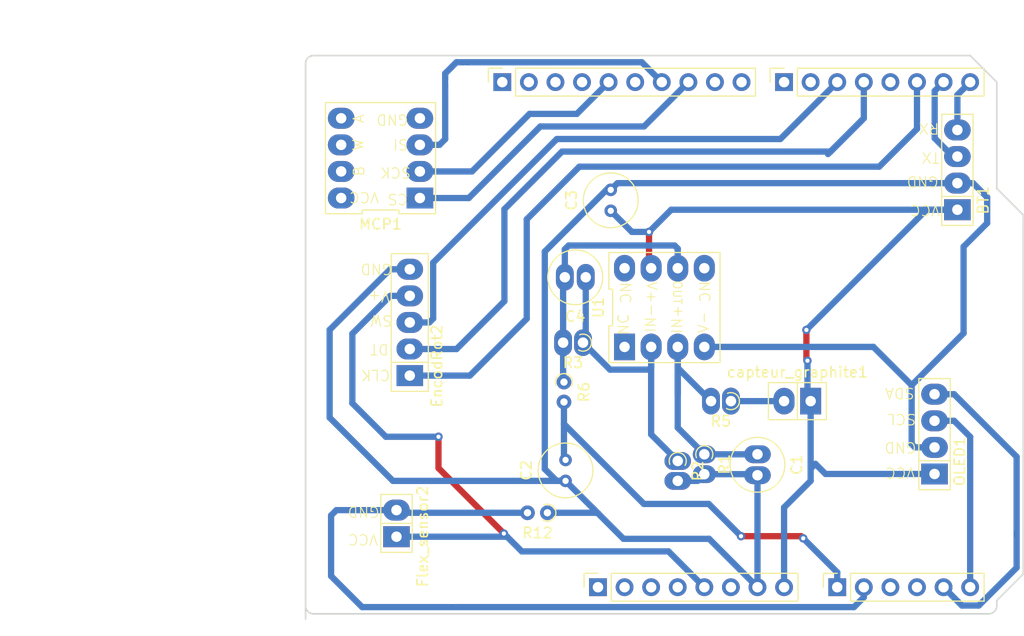
<source format=kicad_pcb>
(kicad_pcb (version 20221018) (generator pcbnew)
  (title_block (date "mar. 31 mars 2015"))
  (layers (0 "F.Cu" signal) (31 "B.Cu" signal) (34 "B.Paste" user) (35 "F.Paste" user) (36 "B.SilkS" user "B.Silkscreen") (37 "F.SilkS" user "F.Silkscreen") (38 "B.Mask" user) (39 "F.Mask" user) (44 "Edge.Cuts" user))
  (net 0 "")
  (net 1 "GND")
  (net 3 "/IOREF")
  (net 4 "/A2")
  (net 5 "/A3")
  (net 6 "/12")
  (net 7 "/AREF")
  (net 8 "/8")
  (net 9 "/7")
  (net 10 "/*9")
  (net 11 "/*6")
  (net 12 "/*3")
  (net 13 "+3V3")
  (net 14 "Vcc")
  (net 15 "/~{RESET}")
  (net 16 "Net-(C4-Pad2)")
  (net 17 "Net-(U1--)")
  (net 18 "Net-(U1-+)")
  (net 21 "Net-(capteur_graphite1-SENSE)")
  (net 23 "A1")
  (net 24 "A0")
  (net 25 "SCL{slash}A5")
  (net 26 "SDA{slash}A4")
  (net 27 "TX")
  (net 28 "RX")
  (net 29 "D2")
  (net 30 "D4")
  (net 31 "D5")
  (net 32 "SCK")
  (net 33 "SI")
  (net 34 "SS")
  (footprint "Connector_PinSocket_2.54mm:PinSocket_1x08_P2.54mm_Vertical" (layer "F.Cu") (at 127.94 97.46 90)
    (fp_text reference "J1" hide)
    (fp_text value "Power")
    (fp_line (start -1.33 1.27) (end -1.33 19.11) (stroke (width 0.12)) (layer "F.SilkS"))
    (fp_line (start -1.33 1.27) (end 1.33 1.27) (stroke (width 0.12)) (layer "F.SilkS"))
    (fp_line (start -1.33 19.11) (end 1.33 19.11) (stroke (width 0.12)) (layer "F.SilkS"))
    (fp_line (start 0 -1.33) (end 1.33 -1.33) (stroke (width 0.12)) (layer "F.SilkS"))
    (fp_line (start 1.33 -1.33) (end 1.33 0) (stroke (width 0.12)) (layer "F.SilkS"))
    (fp_line (start 1.33 1.27) (end 1.33 19.11) (stroke (width 0.12)) (layer "F.SilkS"))
    (pad "1" thru_hole rect locked (at 0 0 90) (size 1.7 1.7) (drill 1) (layers "*.Cu" "*.Mask"))
    (pad "2" thru_hole oval locked (at 0 2.54 90) (size 1.7 1.7) (drill 1) (layers "*.Cu" "*.Mask") (net 3 "/IOREF"))
    (pad "3" thru_hole oval locked (at 0 5.08 90) (size 1.7 1.7) (drill 1) (layers "*.Cu" "*.Mask") (net 15 "/~{RESET}"))
    (pad "4" thru_hole oval locked (at 0 7.62 90) (size 1.7 1.7) (drill 1) (layers "*.Cu" "*.Mask") (net 13 "+3V3"))
    (pad "5" thru_hole oval locked (at 0 10.16 90) (size 1.7 1.7) (drill 1) (layers "*.Cu" "*.Mask") (net 14 "Vcc"))
    (pad "6" thru_hole oval locked (at 0 12.7 90) (size 1.7 1.7) (drill 1) (layers "*.Cu" "*.Mask") (net 1 "GND"))
    (pad "7" thru_hole oval locked (at 0 15.24 90) (size 1.7 1.7) (drill 1) (layers "*.Cu" "*.Mask") (net 1 "GND"))
    (pad "8" thru_hole oval locked (at 0 17.78 90) (size 1.7 1.7) (drill 1) (layers "*.Cu" "*.Mask") (net 14 "Vcc"))
  )
  (footprint "Connector_PinSocket_2.54mm:PinSocket_1x06_P2.54mm_Vertical" (layer "F.Cu") (at 150.8 97.46 90)
    (fp_text reference "J3" hide)
    (fp_text value "Analog")
    (fp_line (start -1.33 1.27) (end -1.33 14.03) (stroke (width 0.12)) (layer "F.SilkS"))
    (fp_line (start -1.33 1.27) (end 1.33 1.27) (stroke (width 0.12)) (layer "F.SilkS"))
    (fp_line (start -1.33 14.03) (end 1.33 14.03) (stroke (width 0.12)) (layer "F.SilkS"))
    (fp_line (start 0 -1.33) (end 1.33 -1.33) (stroke (width 0.12)) (layer "F.SilkS"))
    (fp_line (start 1.33 -1.33) (end 1.33 0) (stroke (width 0.12)) (layer "F.SilkS"))
    (fp_line (start 1.33 1.27) (end 1.33 14.03) (stroke (width 0.12)) (layer "F.SilkS"))
    (pad "1" thru_hole rect locked (at 0 0 90) (size 1.7 1.7) (drill 1) (layers "*.Cu" "*.Mask") (net 24 "A0"))
    (pad "2" thru_hole oval locked (at 0 2.54 90) (size 1.7 1.7) (drill 1) (layers "*.Cu" "*.Mask") (net 23 "A1"))
    (pad "3" thru_hole oval locked (at 0 5.08 90) (size 1.7 1.7) (drill 1) (layers "*.Cu" "*.Mask") (net 4 "/A2"))
    (pad "4" thru_hole oval locked (at 0 7.62 90) (size 1.7 1.7) (drill 1) (layers "*.Cu" "*.Mask") (net 5 "/A3"))
    (pad "5" thru_hole oval locked (at 0 10.16 90) (size 1.7 1.7) (drill 1) (layers "*.Cu" "*.Mask") (net 26 "SDA{slash}A4"))
    (pad "6" thru_hole oval locked (at 0 12.7 90) (size 1.7 1.7) (drill 1) (layers "*.Cu" "*.Mask") (net 25 "SCL{slash}A5"))
  )
  (footprint "Connector_PinSocket_2.54mm:PinSocket_1x10_P2.54mm_Vertical" (layer "F.Cu") (at 118.796 49.2 90)
    (fp_text reference "J2" hide)
    (fp_text value "Digital/PWM")
    (fp_line (start -1.33 1.27) (end -1.33 24.19) (stroke (width 0.12)) (layer "F.SilkS"))
    (fp_line (start -1.33 1.27) (end 1.33 1.27) (stroke (width 0.12)) (layer "F.SilkS"))
    (fp_line (start -1.33 24.19) (end 1.33 24.19) (stroke (width 0.12)) (layer "F.SilkS"))
    (fp_line (start 0 -1.33) (end 1.33 -1.33) (stroke (width 0.12)) (layer "F.SilkS"))
    (fp_line (start 1.33 -1.33) (end 1.33 0) (stroke (width 0.12)) (layer "F.SilkS"))
    (fp_line (start 1.33 1.27) (end 1.33 24.19) (stroke (width 0.12)) (layer "F.SilkS"))
    (pad "1" thru_hole rect locked (at 0 0 90) (size 1.7 1.7) (drill 1) (layers "*.Cu" "*.Mask") (net 25 "SCL{slash}A5"))
    (pad "2" thru_hole oval locked (at 0 2.54 90) (size 1.7 1.7) (drill 1) (layers "*.Cu" "*.Mask") (net 26 "SDA{slash}A4"))
    (pad "3" thru_hole oval locked (at 0 5.08 90) (size 1.7 1.7) (drill 1) (layers "*.Cu" "*.Mask") (net 7 "/AREF"))
    (pad "4" thru_hole oval locked (at 0 7.62 90) (size 1.7 1.7) (drill 1) (layers "*.Cu" "*.Mask") (net 1 "GND"))
    (pad "5" thru_hole oval locked (at 0 10.16 90) (size 1.7 1.7) (drill 1) (layers "*.Cu" "*.Mask") (net 32 "SCK"))
    (pad "6" thru_hole oval locked (at 0 12.7 90) (size 1.7 1.7) (drill 1) (layers "*.Cu" "*.Mask") (net 6 "/12"))
    (pad "7" thru_hole oval locked (at 0 15.24 90) (size 1.7 1.7) (drill 1) (layers "*.Cu" "*.Mask") (net 33 "SI"))
    (pad "8" thru_hole oval locked (at 0 17.78 90) (size 1.7 1.7) (drill 1) (layers "*.Cu" "*.Mask") (net 34 "SS"))
    (pad "9" thru_hole oval locked (at 0 20.32 90) (size 1.7 1.7) (drill 1) (layers "*.Cu" "*.Mask") (net 10 "/*9"))
    (pad "10" thru_hole oval locked (at 0 22.86 90) (size 1.7 1.7) (drill 1) (layers "*.Cu" "*.Mask") (net 8 "/8"))
  )
  (footprint "Connector_PinSocket_2.54mm:PinSocket_1x08_P2.54mm_Vertical" (layer "F.Cu") (at 145.72 49.2 90)
    (fp_text reference "J4" hide)
    (fp_text value "Digital/PWM")
    (fp_line (start -1.33 1.27) (end -1.33 19.11) (stroke (width 0.12)) (layer "F.SilkS"))
    (fp_line (start -1.33 1.27) (end 1.33 1.27) (stroke (width 0.12)) (layer "F.SilkS"))
    (fp_line (start -1.33 19.11) (end 1.33 19.11) (stroke (width 0.12)) (layer "F.SilkS"))
    (fp_line (start 0 -1.33) (end 1.33 -1.33) (stroke (width 0.12)) (layer "F.SilkS"))
    (fp_line (start 1.33 -1.33) (end 1.33 0) (stroke (width 0.12)) (layer "F.SilkS"))
    (fp_line (start 1.33 1.27) (end 1.33 19.11) (stroke (width 0.12)) (layer "F.SilkS"))
    (pad "1" thru_hole rect locked (at 0 0 90) (size 1.7 1.7) (drill 1) (layers "*.Cu" "*.Mask") (net 9 "/7"))
    (pad "2" thru_hole oval locked (at 0 2.54 90) (size 1.7 1.7) (drill 1) (layers "*.Cu" "*.Mask") (net 11 "/*6"))
    (pad "3" thru_hole oval locked (at 0 5.08 90) (size 1.7 1.7) (drill 1) (layers "*.Cu" "*.Mask") (net 31 "D5"))
    (pad "4" thru_hole oval locked (at 0 7.62 90) (size 1.7 1.7) (drill 1) (layers "*.Cu" "*.Mask") (net 30 "D4"))
    (pad "5" thru_hole oval locked (at 0 10.16 90) (size 1.7 1.7) (drill 1) (layers "*.Cu" "*.Mask") (net 12 "/*3"))
    (pad "6" thru_hole oval locked (at 0 12.7 90) (size 1.7 1.7) (drill 1) (layers "*.Cu" "*.Mask") (net 29 "D2"))
    (pad "7" thru_hole oval locked (at 0 15.24 90) (size 1.7 1.7) (drill 1) (layers "*.Cu" "*.Mask") (net 27 "TX"))
    (pad "8" thru_hole oval locked (at 0 17.78 90) (size 1.7 1.7) (drill 1) (layers "*.Cu" "*.Mask") (net 28 "RX"))
  )
  (footprint "Library_empreinte_graphite:OLED" (layer "F.Cu") (at 160.0964 82.8296 90)
    (fp_text reference "OLED1" (at -2.6162 2.413 90) (layer "F.SilkS"))
    (fp_text value "~")
    (fp_text user "VCC" (at -3.0988 -1.778 180 unlocked) (layer "F.SilkS") (effects (font (thickness 0.1)) (justify left bottom)))
    (fp_text user "GND" (at -0.6858 -1.6764 180 unlocked) (layer "F.SilkS") (effects (font (thickness 0.1)) (justify left bottom)))
    (fp_text user "SCL" (at 2.0066 -1.7018 180 unlocked) (layer "F.SilkS") (effects (font (thickness 0.1)) (justify left bottom)))
    (fp_text user "SDA" (at 4.4958 -1.8542 180 unlocked) (layer "F.SilkS") (effects (font (thickness 0.1)) (justify left bottom)))
    (fp_line (start -5.31 -1.5) (end 5.31 -1.5) (stroke (width 0.12)) (layer "F.SilkS"))
    (fp_line (start -5.31 1.5) (end -5.31 -1.5) (stroke (width 0.12)) (layer "F.SilkS"))
    (fp_line (start -2.54 -1.5) (end -2.54 1.5) (stroke (width 0.12)) (layer "F.SilkS"))
    (fp_line (start 5.31 -1.5) (end 5.31 1.5) (stroke (width 0.12)) (layer "F.SilkS"))
    (fp_line (start 5.31 1.5) (end -5.31 1.5) (stroke (width 0.12)) (layer "F.SilkS"))
    (pad "1" thru_hole rect (at -3.81 0 90) (size 2 2.54) (drill 1) (layers "*.Cu" "*.Mask") (net 14 "Vcc"))
    (pad "2" thru_hole oval (at -1.27 0 90) (size 2 2.54) (drill 1) (layers "*.Cu" "*.Mask") (net 1 "GND"))
    (pad "3" thru_hole oval (at 1.27 0 90) (size 2 2.54) (drill 1) (layers "*.Cu" "*.Mask") (net 25 "SCL{slash}A5"))
    (pad "4" thru_hole oval (at 3.81 0 90) (size 2 2.54) (drill 1) (layers "*.Cu" "*.Mask") (net 26 "SDA{slash}A4"))
  )
  (footprint "Library_empreinte_graphite:LTC1050" (layer "F.Cu") (at 134.29 70.74)
    (fp_text reference "U1" (at -6.31 0 90) (layer "F.SilkS"))
    (fp_text value "LTC1050")
    (fp_text user "NC" (at 3.2258 -2.6162 -90 unlocked) (layer "F.SilkS") (effects (font (thickness 0.1)) (justify left bottom)))
    (fp_text user "NC" (at -3.3274 2.6924 90 unlocked) (layer "F.SilkS") (effects (font (thickness 0.1)) (justify left bottom)))
    (fp_text user "V-" (at 4.318 2.5146 90 unlocked) (layer "F.SilkS") (effects (font (thickness 0.1)) (justify left bottom)))
    (fp_text user "IN-" (at -0.7366 2.4638 90 unlocked) (layer "F.SilkS") (effects (font (thickness 0.1)) (justify left bottom)))
    (fp_text user "OUT" (at 0.762 -2.6416 270 unlocked) (layer "F.SilkS") (effects (font (size 0.8 0.8) (thickness 0.1)) (justify left bottom)))
    (fp_text user "NC" (at -4.3434 -2.5146 -90 unlocked) (layer "F.SilkS") (effects (font (thickness 0.1)) (justify left bottom)))
    (fp_text user "V+" (at -1.8034 -2.5654 -90 unlocked) (layer "F.SilkS") (effects (font (thickness 0.1)) (justify left bottom)))
    (fp_text user "IN+" (at 1.8034 2.5654 90 unlocked) (layer "F.SilkS") (effects (font (thickness 0.1)) (justify left bottom)))
    (fp_line (start -5.31 -5.26) (end -5.31 -1.753333) (stroke (width 0.12)) (layer "F.SilkS"))
    (fp_line (start -5.31 -1.753333) (end -4.95 -1.753333) (stroke (width 0.12)) (layer "F.SilkS"))
    (fp_line (start -5.31 1.753333) (end -5.31 5.26) (stroke (width 0.12)) (layer "F.SilkS"))
    (fp_line (start -5.31 5.26) (end 5.31 5.26) (stroke (width 0.12)) (layer "F.SilkS"))
    (fp_line (start -4.95 -1.753333) (end -4.95 1.753333) (stroke (width 0.12)) (layer "F.SilkS"))
    (fp_line (start -4.95 1.753333) (end -5.31 1.753333) (stroke (width 0.12)) (layer "F.SilkS"))
    (fp_line (start 5.31 -5.26) (end -5.31 -5.26) (stroke (width 0.12)) (layer "F.SilkS"))
    (fp_line (start 5.31 5.26) (end 5.31 -5.26) (stroke (width 0.12)) (layer "F.SilkS"))
    (pad "1" thru_hole rect (at -3.81 3.76) (size 2 2.54) (drill 1) (layers "*.Cu" "*.Mask"))
    (pad "2" thru_hole oval (at -1.27 3.76) (size 2 2.54) (drill 1) (layers "*.Cu" "*.Mask") (net 17 "Net-(U1--)"))
    (pad "3" thru_hole oval (at 1.27 3.76) (size 2 2.54) (drill 1) (layers "*.Cu" "*.Mask") (net 18 "Net-(U1-+)"))
    (pad "4" thru_hole oval (at 3.81 3.76) (size 2 2.54) (drill 1) (layers "*.Cu" "*.Mask") (net 1 "GND"))
    (pad "5" thru_hole oval (at 3.81 -3.76) (size 2 2.54) (drill 1) (layers "*.Cu" "*.Mask"))
    (pad "6" thru_hole oval (at 1.27 -3.76) (size 2 2.54) (drill 1) (layers "*.Cu" "*.Mask") (net 16 "Net-(C4-Pad2)"))
    (pad "7" thru_hole oval (at -1.27 -3.76) (size 2 2.54) (drill 1) (layers "*.Cu" "*.Mask") (net 14 "Vcc"))
    (pad "8" thru_hole oval (at -3.81 -3.76) (size 2 2.54) (drill 1) (layers "*.Cu" "*.Mask"))
  )
  (footprint "Capacitor_THT:C_Radial_D5.0mm_H5.0mm_P2.00mm" (layer "F.Cu") (at 126.7716 67.8436 180)
    (fp_text reference "C4" (at 1 -3.75) (layer "F.SilkS"))
    (fp_text value "1u")
    (fp_circle (center 1 0) (end 3.62 0) (stroke (width 0.12)) (fill none) (layer "F.SilkS"))
    (pad "1" thru_hole oval (at 0 0 180) (size 1.7 2.54) (drill 1) (layers "*.Cu" "*.Mask") (net 17 "Net-(U1--)"))
    (pad "2" thru_hole oval (at 2 0 180) (size 1.7 2.54) (drill 1) (layers "*.Cu" "*.Mask") (net 16 "Net-(C4-Pad2)"))
  )
  (footprint "Library_empreinte_graphite:Encodeur" (layer "F.Cu") (at 109.9568 72.1616 90)
    (fp_text reference "EncodRot2" (at -4.1656 2.5908 90) (layer "F.SilkS"))
    (fp_text value "~")
    (fp_text user "SW" (at 0.762 -1.6256 180 unlocked) (layer "F.SilkS") (effects (font (thickness 0.1)) (justify left bottom)))
    (fp_text user "DT" (at -1.9812 -1.9558 180 unlocked) (layer "F.SilkS") (effects (font (thickness 0.1)) (justify left bottom)))
    (fp_text user "CLK" (at -4.445 -1.8034 180 unlocked) (layer "F.SilkS") (effects (font (thickness 0.1)) (justify left bottom)))
    (fp_text user "V+" (at 3.0734 -1.8288 180 unlocked) (layer "F.SilkS") (effects (font (thickness 0.1)) (justify left bottom)))
    (fp_text user "GND" (at 5.6896 -1.6002 180 unlocked) (layer "F.SilkS") (effects (font (thickness 0.1)) (justify left bottom)))
    (fp_line (start -6.58 -1.77) (end 6.58 -1.77) (stroke (width 0.12)) (layer "F.SilkS"))
    (fp_line (start -6.58 1.77) (end -6.58 -1.77) (stroke (width 0.12)) (layer "F.SilkS"))
    (fp_line (start -3.81 -1.77) (end -3.81 1.77) (stroke (width 0.12)) (layer "F.SilkS"))
    (fp_line (start 6.58 -1.77) (end 6.58 1.77) (stroke (width 0.12)) (layer "F.SilkS"))
    (fp_line (start 6.58 1.77) (end -6.58 1.77) (stroke (width 0.12)) (layer "F.SilkS"))
    (pad "1" thru_hole rect (at -5.08 0 90) (size 2 2.54) (drill 1) (layers "*.Cu" "*.Mask") (net 29 "D2"))
    (pad "2" thru_hole oval (at -2.54 0 90) (size 2 2.54) (drill 1) (layers "*.Cu" "*.Mask") (net 30 "D4"))
    (pad "3" thru_hole oval (at 0 0 90) (size 2 2.54) (drill 1) (layers "*.Cu" "*.Mask") (net 31 "D5"))
    (pad "4" thru_hole oval (at 2.54 0 90) (size 2 2.54) (drill 1) (layers "*.Cu" "*.Mask") (net 14 "Vcc"))
    (pad "5" thru_hole oval (at 5.08 0 90) (size 2 2.54) (drill 1) (layers "*.Cu" "*.Mask") (net 1 "GND"))
  )
  (footprint "Resistor_THT:R_Axial_DIN0204_L3.6mm_D1.6mm_P1.90mm_Vertical" (layer "F.Cu") (at 123.1046 90.348 180)
    (fp_text reference "R12" (at 0.95 -1.92) (layer "F.SilkS"))
    (fp_text value "56.4K")
    (fp_arc (start 0.320095 0.749359) (mid -0.813042 -0.054435) (end 0.417133 -0.7) (stroke (width 0.12)) (layer "F.SilkS"))
    (pad "1" thru_hole circle (at 0 0 180) (size 1.4 1.4) (drill 0.7) (layers "*.Cu" "*.Mask") (net 1 "GND"))
    (pad "2" thru_hole oval (at 1.9 0 180) (size 1.4 1.4) (drill 0.7) (layers "*.Cu" "*.Mask") (net 23 "A1"))
  )
  (footprint "Library_empreinte_graphite:Bluetooth" (layer "F.Cu") (at 162.2808 57.582 90)
    (fp_text reference "BT1" (at -2.8956 2.4638 90) (layer "F.SilkS"))
    (fp_text value "~")
    (fp_text user "RX" (at 4.5466 -1.6764 180 unlocked) (layer "F.SilkS") (effects (font (thickness 0.1)) (justify left bottom)))
    (fp_text user "VCC" (at -3.2766 -1.6002 180 unlocked) (layer "F.SilkS") (effects (font (thickness 0.1)) (justify left bottom)))
    (fp_text user "GND" (at -0.5334 -1.7272 180 unlocked) (layer "F.SilkS") (effects (font (thickness 0.1)) (justify left bottom)))
    (fp_text user "TX" (at 1.7526 -1.6256 180 unlocked) (layer "F.SilkS") (effects (font (thickness 0.1)) (justify left bottom)))
    (fp_line (start -5.31 -1.5) (end 5.31 -1.5) (stroke (width 0.12)) (layer "F.SilkS"))
    (fp_line (start -5.31 1.5) (end -5.31 -1.5) (stroke (width 0.12)) (layer "F.SilkS"))
    (fp_line (start -2.54 -1.5) (end -2.54 1.5) (stroke (width 0.12)) (layer "F.SilkS"))
    (fp_line (start 5.31 -1.5) (end 5.31 1.5) (stroke (width 0.12)) (layer "F.SilkS"))
    (fp_line (start 5.31 1.5) (end -5.31 1.5) (stroke (width 0.12)) (layer "F.SilkS"))
    (pad "1" thru_hole rect (at -3.81 0 90) (size 2 2.54) (drill 1) (layers "*.Cu" "*.Mask") (net 14 "Vcc"))
    (pad "2" thru_hole oval (at -1.27 0 90) (size 2 2.54) (drill 1) (layers "*.Cu" "*.Mask") (net 1 "GND"))
    (pad "3" thru_hole oval (at 1.27 0 90) (size 2 2.54) (drill 1) (layers "*.Cu" "*.Mask") (net 27 "TX"))
    (pad "4" thru_hole oval (at 3.81 0 90) (size 2 2.54) (drill 1) (layers "*.Cu" "*.Mask") (net 28 "RX"))
  )
  (footprint "Resistor_THT:R_Axial_DIN0204_L3.6mm_D1.6mm_P1.90mm_Vertical" (layer "F.Cu") (at 140.64 79.68 180)
    (fp_text reference "R5" (at 0.95 -1.92) (layer "F.SilkS"))
    (fp_text value "10k")
    (fp_arc (start 0.320095 0.749359) (mid -0.813042 -0.054435) (end 0.417133 -0.7) (stroke (width 0.12)) (layer "F.SilkS"))
    (pad "1" thru_hole oval (at 0 0 180) (size 1.7 2.57) (drill 1) (layers "*.Cu" "*.Mask") (net 21 "Net-(capteur_graphite1-SENSE)"))
    (pad "2" thru_hole oval (at 1.9 0 180) (size 1.7 2.54) (drill 1) (layers "*.Cu" "*.Mask") (net 18 "Net-(U1-+)"))
  )
  (footprint "Resistor_THT:R_Axial_DIN0204_L3.6mm_D1.6mm_P1.90mm_Vertical" (layer "F.Cu") (at 138.1 84.76 -90)
    (fp_text reference "R1" (at 0.95 -1.92 90) (layer "F.SilkS"))
    (fp_text value "100K")
    (fp_arc (start 0.320095 0.749359) (mid -0.813042 -0.054435) (end 0.417133 -0.7) (stroke (width 0.12)) (layer "F.SilkS"))
    (pad "1" thru_hole oval (at 0 0 270) (size 1.7 2.2) (drill 1) (layers "*.Cu" "*.Mask") (net 18 "Net-(U1-+)"))
    (pad "2" thru_hole oval (at 1.9 0 270) (size 1.7 2.2) (drill 1) (layers "*.Cu" "*.Mask") (net 1 "GND"))
  )
  (footprint "Library_empreinte_graphite:FLEX" (layer "F.Cu") (at 108.6868 91.364 90)
    (fp_text reference "Flex_sensor2" (at -1.2446 2.5 90) (layer "F.SilkS"))
    (fp_text value "~")
    (fp_text user "VCC" (at -0.9398 -1.7018 180 unlocked) (layer "F.SilkS") (effects (font (thickness 0.1)) (justify left bottom)))
    (fp_text user "GND" (at 1.7018 -1.5494 180 unlocked) (layer "F.SilkS") (effects (font (thickness 0.1)) (justify left bottom)))
    (fp_line (start -2.77 -1.5) (end 2.77 -1.5) (stroke (width 0.12)) (layer "F.SilkS"))
    (fp_line (start -2.77 1.5) (end -2.77 -1.5) (stroke (width 0.12)) (layer "F.SilkS"))
    (fp_line (start 0 -1.5) (end 0 1.5) (stroke (width 0.12)) (layer "F.SilkS"))
    (fp_line (start 2.77 -1.5) (end 2.77 1.5) (stroke (width 0.12)) (layer "F.SilkS"))
    (fp_line (start 2.77 1.5) (end -2.77 1.5) (stroke (width 0.12)) (layer "F.SilkS"))
    (pad "1" thru_hole rect (at -1.27 0 90) (size 2 2.54) (drill 1) (layers "*.Cu" "*.Mask") (net 14 "Vcc"))
    (pad "2" thru_hole oval (at 1.27 0 90) (size 2 2.54) (drill 1) (layers "*.Cu" "*.Mask") (net 23 "A1"))
  )
  (footprint "Arduino_MountingHole:MountingHole_3.2mm" (layer "F.Cu") (at 115.24 49.2)
    (fp_text reference "MH1" hide)
    (fp_text value "MountingHole_3.2mm" hide)
    (pad "" np_thru_hole circle locked (at 0 0) (size 3.2 3.2) (drill 3.2) (layers "*.Cu" "*.Mask"))
  )
  (footprint "Resistor_THT:R_Axial_DIN0204_L3.6mm_D1.6mm_P1.90mm_Vertical" (layer "F.Cu") (at 126.5082 74.092 180)
    (fp_text reference "R3" (at 0.95 -1.92) (layer "F.SilkS"))
    (fp_text value "100k")
    (fp_arc (start 0.320095 0.749359) (mid -0.813042 -0.054435) (end 0.417133 -0.7) (stroke (width 0.12)) (layer "F.SilkS"))
    (pad "1" thru_hole oval (at 0 0 180) (size 1.7 2.54) (drill 1) (layers "*.Cu" "*.Mask") (net 17 "Net-(U1--)"))
    (pad "2" thru_hole oval (at 1.9 0 180) (size 1.7 2.54) (drill 1) (layers "*.Cu" "*.Mask") (net 16 "Net-(C4-Pad2)"))
  )
  (footprint "Resistor_THT:R_Axial_DIN0204_L3.6mm_D1.6mm_P1.90mm_Vertical" (layer "F.Cu") (at 135.56 85.4 -90)
    (fp_text reference "R2" (at 0.95 -1.92 90) (layer "F.SilkS"))
    (fp_text value "1K")
    (fp_arc (start 0.320095 0.749359) (mid -0.813042 -0.054435) (end 0.417133 -0.7) (stroke (width 0.12)) (layer "F.SilkS"))
    (pad "1" thru_hole oval (at 0 0 270) (size 1.7 2.54) (drill 1) (layers "*.Cu" "*.Mask") (net 17 "Net-(U1--)"))
    (pad "2" thru_hole oval (at 1.9 0 270) (size 1.7 2.54) (drill 1) (layers "*.Cu" "*.Mask") (net 1 "GND"))
  )
  (footprint "Capacitor_THT:C_Radial_D5.0mm_H5.0mm_P2.00mm" (layer "F.Cu") (at 124.8412 87.3 90)
    (fp_text reference "C2" (at 1 -3.75 90) (layer "F.SilkS"))
    (fp_text value "100n")
    (fp_circle (center 1 0) (end 3.62 0) (stroke (width 0.12)) (fill none) (layer "F.SilkS"))
    (pad "1" thru_hole circle (at 0 0 90) (size 1.2 1.2) (drill 0.6) (layers "*.Cu" "*.Mask") (net 1 "GND"))
    (pad "2" thru_hole circle (at 2 0 90) (size 1.2 1.2) (drill 0.6) (layers "*.Cu" "*.Mask") (net 24 "A0"))
  )
  (footprint "Capacitor_THT:C_Radial_D5.0mm_H5.0mm_P2.00mm" (layer "F.Cu") (at 143.18 84.76 -90)
    (fp_text reference "C1" (at 1 -3.75 -90) (layer "F.SilkS"))
    (fp_text value "100N")
    (fp_circle (center 1 0) (end 3.62 0) (stroke (width 0.12)) (fill none) (layer "F.SilkS"))
    (pad "1" thru_hole oval (at 0 0 270) (size 1.7 2.54) (drill 1) (layers "*.Cu" "*.Mask") (net 18 "Net-(U1-+)"))
    (pad "2" thru_hole oval (at 2 0 270) (size 1.7 2.54) (drill 1) (layers "*.Cu" "*.Mask") (net 1 "GND"))
  )
  (footprint "Arduino_MountingHole:MountingHole_3.2mm" (layer "F.Cu") (at 113.97 97.46)
    (fp_text reference "MH2" hide)
    (fp_text value "MountingHole_3.2mm" hide)
    (pad "" np_thru_hole circle locked (at 0 0) (size 3.2 3.2) (drill 3.2) (layers "*.Cu" "*.Mask"))
  )
  (footprint "Arduino_MountingHole:MountingHole_3.2mm" (layer "F.Cu") (at 166.04 64.44)
    (fp_text reference "MH3" hide)
    (fp_text value "MountingHole_3.2mm" hide)
    (pad "" np_thru_hole circle locked (at 0 0) (size 3.2 3.2) (drill 3.2) (layers "*.Cu" "*.Mask"))
  )
  (footprint "Capacitor_THT:C_Radial_D5.0mm_H5.0mm_P2.00mm" (layer "F.Cu") (at 129.1592 61.4936 90)
    (fp_text reference "C3" (at 1 -3.75 90) (layer "F.SilkS"))
    (fp_text value "100N")
    (fp_circle (center 1 0) (end 3.62 0) (stroke (width 0.12)) (fill none) (layer "F.SilkS"))
    (pad "1" thru_hole circle (at 0 0 90) (size 1.2 1.2) (drill 0.6) (layers "*.Cu" "*.Mask") (net 14 "Vcc"))
    (pad "2" thru_hole circle (at 2 0 90) (size 1.2 1.2) (drill 0.6) (layers "*.Cu" "*.Mask") (net 1 "GND"))
  )
  (footprint "Arduino_MountingHole:MountingHole_3.2mm" (layer "F.Cu") (at 166.04 92.38)
    (fp_text reference "MH4" hide)
    (fp_text value "MountingHole_3.2mm" hide)
    (pad "" np_thru_hole circle locked (at 0 0) (size 3.2 3.2) (drill 3.2) (layers "*.Cu" "*.Mask"))
  )
  (footprint "Library_empreinte_graphite:MCP41050" (layer "F.Cu") (at 107.1628 56.4636 90)
    (fp_text reference "MCP1" (at -6.31 0) (layer "F.SilkS"))
    (fp_text value "~")
    (fp_text user "A" (at 3.2766 -1.4986 90 unlocked) (layer "F.SilkS") (effects (font (thickness 0.1)) (justify left bottom)))
    (fp_text user "CS" (at -3.3274 2.6924 180 unlocked) (layer "F.SilkS") (effects (font (thickness 0.1)) (justify left bottom)))
    (fp_text user "GND" (at 4.2672 2.7178 180 unlocked) (layer "F.SilkS") (effects (font (thickness 0.1)) (justify left bottom)))
    (fp_text user "SCK" (at -0.7874 2.9718 180 unlocked) (layer "F.SilkS") (effects (font (thickness 0.1)) (justify left bottom)))
    (fp_text user "SI" (at 1.905 2.6924 180 unlocked) (layer "F.SilkS") (effects (font (thickness 0.1)) (justify left bottom)))
    (fp_text user "W" (at 0.635 -1.5494 90 unlocked) (layer "F.SilkS") (effects (font (thickness 0.1)) (justify left bottom)))
    (fp_text user "B" (at -1.8034 -1.4732 90 unlocked) (layer "F.SilkS") (effects (font (thickness 0.1)) (justify left bottom)))
    (fp_text user "VCC" (at -3.1496 -0.0762 180 unlocked) (layer "F.SilkS") (effects (font (thickness 0.1)) (justify left bottom)))
    (fp_line (start -5.31 -5.26) (end -5.31 -1.753333) (stroke (width 0.12)) (layer "F.SilkS"))
    (fp_line (start -5.31 -1.753333) (end -4.95 -1.753333) (stroke (width 0.12)) (layer "F.SilkS"))
    (fp_line (start -5.31 1.753333) (end -5.31 5.26) (stroke (width 0.12)) (layer "F.SilkS"))
    (fp_line (start -5.31 5.26) (end 5.31 5.26) (stroke (width 0.12)) (layer "F.SilkS"))
    (fp_line (start -4.95 -1.753333) (end -4.95 1.753333) (stroke (width 0.12)) (layer "F.SilkS"))
    (fp_line (start -4.95 1.753333) (end -5.31 1.753333) (stroke (width 0.12)) (layer "F.SilkS"))
    (fp_line (start 5.31 -5.26) (end -5.31 -5.26) (stroke (width 0.12)) (layer "F.SilkS"))
    (fp_line (start 5.31 5.26) (end 5.31 -5.26) (stroke (width 0.12)) (layer "F.SilkS"))
    (pad "1" thru_hole rect (at -3.81 3.76 90) (size 2 2.54) (drill 1) (layers "*.Cu" "*.Mask") (net 34 "SS"))
    (pad "2" thru_hole oval (at -1.27 3.76 90) (size 2 2.54) (drill 1) (layers "*.Cu" "*.Mask") (net 32 "SCK"))
    (pad "3" thru_hole oval (at 1.27 3.76 90) (size 2 2.54) (drill 1) (layers "*.Cu" "*.Mask") (net 33 "SI"))
    (pad "4" thru_hole oval (at 3.81 3.76 90) (size 2 2.54) (drill 1) (layers "*.Cu" "*.Mask") (net 1 "GND"))
    (pad "5" thru_hole oval (at 3.81 -3.76 90) (size 2 2.54) (drill 1) (layers "*.Cu" "*.Mask"))
    (pad "6" thru_hole oval (at 1.27 -3.76 90) (size 2 2.54) (drill 1) (layers "*.Cu" "*.Mask"))
    (pad "7" thru_hole oval (at -1.27 -3.76 90) (size 2 2.54) (drill 1) (layers "*.Cu" "*.Mask"))
    (pad "8" thru_hole oval (at -3.81 -3.76 90) (size 2 2.54) (drill 1) (layers "*.Cu" "*.Mask") (net 14 "Vcc"))
  )
  (footprint "Library_empreinte_graphite:Capteur_graphite" (layer "F.Cu") (at 146.99 79.68 180)
    (fp_text reference "capteur_graphite1" (at 0 2.77) (layer "F.SilkS"))
    (fp_text value "~")
    (fp_line (start -2.77 -1.77) (end 2.77 -1.77) (stroke (width 0.12)) (layer "F.SilkS"))
    (fp_line (start -2.77 1.77) (end -2.77 -1.77) (stroke (width 0.12)) (layer "F.SilkS"))
    (fp_line (start 0 -1.77) (end 0 1.77) (stroke (width 0.12)) (layer "F.SilkS"))
    (fp_line (start 2.77 -1.77) (end 2.77 1.77) (stroke (width 0.12)) (layer "F.SilkS"))
    (fp_line (start 2.77 1.77) (end -2.77 1.77) (stroke (width 0.12)) (layer "F.SilkS"))
    (pad "1" thru_hole rect (at -1.27 0 180) (size 2 2.54) (drill 1) (layers "*.Cu" "*.Mask") (net 14 "Vcc"))
    (pad "2" thru_hole oval (at 1.27 0 180) (size 2 2.54) (drill 1) (layers "*.Cu" "*.Mask") (net 21 "Net-(capteur_graphite1-SENSE)"))
  )
  (footprint "Resistor_THT:R_Axial_DIN0204_L3.6mm_D1.6mm_P1.90mm_Vertical" (layer "F.Cu") (at 124.6888 77.8606 -90)
    (fp_text reference "R6" (at 0.95 -1.92 90) (layer "F.SilkS"))
    (fp_text value "1k")
    (fp_arc (start 0.320095 0.749359) (mid -0.813042 -0.054435) (end 0.417133 -0.7) (stroke (width 0.12)) (layer "F.SilkS"))
    (pad "1" thru_hole circle (at 0 0 270) (size 1.4 1.4) (drill 0.7) (layers "*.Cu" "*.Mask") (net 16 "Net-(C4-Pad2)"))
    (pad "2" thru_hole oval (at 1.9 0 270) (size 1.4 1.4) (drill 0.7) (layers "*.Cu" "*.Mask") (net 24 "A0"))
  )
  (gr_line (start 166.04 59.36) (end 168.58 61.9) (stroke (width 0.15)) (layer "Edge.Cuts"))
  (gr_line (start 100 100.508) (end 100 47.422) (stroke (width 0.15)) (layer "Edge.Cuts"))
  (gr_line (start 168.58 61.9) (end 168.58 96.19) (stroke (width 0.15)) (layer "Edge.Cuts"))
  (gr_line (start 165.278 100) (end 100.762 100) (stroke (width 0.15)) (layer "Edge.Cuts"))
  (gr_line (start 100.762 46.66) (end 163.5 46.66) (stroke (width 0.15)) (layer "Edge.Cuts"))
  (gr_arc (start 100.762 100) (mid 100.223185 99.776815) (end 100 99.238) (stroke (width 0.15)) (layer "Edge.Cuts"))
  (gr_line (start 168.58 96.19) (end 166.04 98.73) (stroke (width 0.15)) (layer "Edge.Cuts"))
  (gr_line (start 163.5 46.66) (end 166.04 49.2) (stroke (width 0.15)) (layer "Edge.Cuts"))
  (gr_arc (start 166.04 99.238) (mid 165.816815 99.776815) (end 165.278 100) (stroke (width 0.15)) (layer "Edge.Cuts"))
  (gr_line (start 166.04 49.2) (end 166.04 59.36) (stroke (width 0.15)) (layer "Edge.Cuts"))
  (gr_line (start 166.04 98.73) (end 166.04 99.238) (stroke (width 0.15)) (layer "Edge.Cuts"))
  (gr_arc (start 100 47.422) (mid 100.223185 46.883185) (end 100.762 46.66) (stroke (width 0.15)) (layer "Edge.Cuts"))
  (segment (start 127.6098 90.0686) (end 124.8412 87.3) (width 0.6) (layer "B.Cu") (net 1))
  (segment (start 128.750944 59.4936) (end 122.8582 65.386344) (width 0.6) (layer "B.Cu") (net 1))
  (segment (start 162.2808 58.852) (end 129.8008 58.852) (width 0.6) (layer "B.Cu") (net 1))
  (segment (start 127.8892 90.348) (end 127.9654 90.4242) (width 0.6) (layer "B.Cu") (net 1))
  (segment (start 138.1 74.5) (end 154.256 74.5) (width 0.6) (layer "B.Cu") (net 1))
  (segment (start 157.912 78.156) (end 157.912 83.7852) (width 0.6) (layer "B.Cu") (net 1))
  (segment (start 165.1256 60.2032) (end 165.1256 62.667394) (width 0.6) (layer "B.Cu") (net 1))
  (segment (start 102.3004 72.868) (end 102.3004 81.2548) (width 0.6) (layer "B.Cu") (net 1))
  (segment (start 143.18 97.46) (end 143.18 86.76) (width 0.6) (layer "B.Cu") (net 1))
  (segment (start 122.8582 65.386344) (end 122.8582 86.165528) (width 0.6) (layer "B.Cu") (net 1))
  (segment (start 123.1046 90.348) (end 127.8892 90.348) (width 0.6) (layer "B.Cu") (net 1))
  (segment (start 135.56 87.3) (end 137.46 87.3) (width 0.6) (layer "B.Cu") (net 1))
  (segment (start 138.5572 92.8372) (end 130.3784 92.8372) (width 0.6) (layer "B.Cu") (net 1))
  (segment (start 157.912 83.7852) (end 158.2264 84.0996) (width 0.6) (layer "B.Cu") (net 1))
  (segment (start 129.8008 58.852) (end 129.1592 59.4936) (width 0.6) (layer "B.Cu") (net 1))
  (segment (start 165.1256 62.667394) (end 162.8712 64.921794) (width 0.6) (layer "B.Cu") (net 1))
  (segment (start 127.9654 90.4242) (end 127.6098 90.0686) (width 0.6) (layer "B.Cu") (net 1))
  (segment (start 130.3784 92.8372) (end 127.9654 90.4242) (width 0.6) (layer "B.Cu") (net 1))
  (segment (start 162.2808 58.852) (end 163.7744 58.852) (width 0.6) (layer "B.Cu") (net 1))
  (segment (start 108.3456 87.3) (end 124.8412 87.3) (width 0.6) (layer "B.Cu") (net 1))
  (segment (start 137.46 87.3) (end 138.1 86.66) (width 0.6) (layer "B.Cu") (net 1))
  (segment (start 143.18 96.82) (end 143.18 97.46) (width 0.6) (layer "B.Cu") (net 1))
  (segment (start 143.08 86.66) (end 143.18 86.76) (width 0.6) (layer "B.Cu") (net 1))
  (segment (start 123.992672 87.3) (end 124.8412 87.3) (width 0.6) (layer "B.Cu") (net 1))
  (segment (start 122.8582 86.165528) (end 123.992672 87.3) (width 0.6) (layer "B.Cu") (net 1))
  (segment (start 129.1592 59.4936) (end 128.750944 59.4936) (width 0.6) (layer "B.Cu") (net 1))
  (segment (start 162.8712 64.921794) (end 162.8712 73.1968) (width 0.6) (layer "B.Cu") (net 1))
  (segment (start 138.1 86.66) (end 143.08 86.66) (width 0.6) (layer "B.Cu") (net 1))
  (segment (start 108.0868 67.0816) (end 102.3004 72.868) (width 0.6) (layer "B.Cu") (net 1))
  (segment (start 143.18 97.46) (end 138.5572 92.8372) (width 0.6) (layer "B.Cu") (net 1))
  (segment (start 102.3004 81.2548) (end 108.3456 87.3) (width 0.6) (layer "B.Cu") (net 1))
  (segment (start 109.9568 67.0816) (end 108.0868 67.0816) (width 0.6) (layer "B.Cu") (net 1))
  (segment (start 158.2264 84.0996) (end 160.0964 84.0996) (width 0.6) (layer "B.Cu") (net 1))
  (segment (start 162.8712 73.1968) (end 157.912 78.156) (width 0.6) (layer "B.Cu") (net 1))
  (segment (start 154.256 74.5) (end 157.912 78.156) (width 0.6) (layer "B.Cu") (net 1))
  (segment (start 163.7744 58.852) (end 165.1256 60.2032) (width 0.6) (layer "B.Cu") (net 1))
  (segment (start 127.3812 89.84) (end 127.6098 90.0686) (width 0.6) (layer "B.Cu") (net 1))
  (segment (start 132.8168 63.5105) (end 132.8168 66.7768) (width 0.6) (layer "F.Cu") (net 14))
  (segment (start 147.8536 72.8728) (end 147.8536 75.7176) (width 0.6) (layer "F.Cu") (net 14))
  (segment (start 112.7 86.0808) (end 118.9484 92.3292) (width 0.6) (layer "F.Cu") (net 14))
  (segment (start 112.7 83.0836) (end 112.7 86.0808) (width 0.6) (layer "F.Cu") (net 14))
  (segment (start 132.8168 66.7768) (end 133.02 66.98) (width 0.6) (layer "F.Cu") (net 14))
  (segment (start 147.8536 75.7176) (end 147.9552 75.8192) (width 0.6) (layer "F.Cu") (net 14))
  (via (at 132.8168 63.5105) (size 0.8) (drill 0.4) (layers "F.Cu" "B.Cu") (net 14))
  (via (at 112.7 83.0836) (size 0.8) (drill 0.4) (layers "F.Cu" "B.Cu") (net 14))
  (via (at 118.9484 92.3292) (size 0.8) (drill 0.4) (layers "F.Cu" "B.Cu") (net 14))
  (via (at 147.8536 72.8728) (size 0.8) (drill 0.4) (layers "F.Cu" "B.Cu") (net 14))
  (via (at 147.9552 75.8192) (size 0.8) (drill 0.4) (layers "F.Cu" "B.Cu") (net 14))
  (segment (start 108.6868 92.634) (end 119.2532 92.634) (width 0.6) (layer "B.Cu") (net 14))
  (segment (start 162.2808 61.392) (end 159.3344 61.392) (width 0.6) (layer "B.Cu") (net 14))
  (segment (start 148.7172 85.6744) (end 148.26 86.1316) (width 0.6) (layer "B.Cu") (net 14))
  (segment (start 109.9568 69.6216) (end 108.0868 69.6216) (width 0.6) (layer "B.Cu") (net 14))
  (segment (start 108.0868 69.6216) (end 104.4704 73.238) (width 0.6) (layer "B.Cu") (net 14))
  (segment (start 147.9552 79.3752) (end 148.26 79.68) (width 0.6) (layer "B.Cu") (net 14))
  (segment (start 162.2808 61.392) (end 134.9353 61.392) (width 0.6) (layer "B.Cu") (net 14))
  (segment (start 148.26 79.68) (end 148.26 86.1316) (width 0.6) (layer "B.Cu") (net 14))
  (segment (start 120.6564 94.0372) (end 134.6772 94.0372) (width 0.6) (layer "B.Cu") (net 14))
  (segment (start 131.1761 63.5105) (end 132.8168 63.5105) (width 0.6) (layer "B.Cu") (net 14))
  (segment (start 133.02 66.9292) (end 133.02 66.98) (width 0.6) (layer "B.Cu") (net 14))
  (segment (start 159.3344 61.392) (end 147.8536 72.8728) (width 0.6) (layer "B.Cu") (net 14))
  (segment (start 148.26 86.1316) (end 148.26 87.3) (width 0.6) (layer "B.Cu") (net 14))
  (segment (start 133.02 66.9292) (end 132.8168 66.726) (width 0.6) (layer "B.Cu") (net 14))
  (segment (start 133.02 66.98) (end 133.02 67.1324) (width 0.6) (layer "B.Cu") (net 14))
  (segment (start 134.6772 94.0372) (end 138.1 97.46) (width 0.6) (layer "B.Cu") (net 14))
  (segment (start 149.6824 86.6396) (end 148.7172 85.6744) (width 0.6) (layer "B.Cu") (net 14))
  (segment (start 145.72 89.84) (end 148.26 87.3) (width 0.6) (layer "B.Cu") (net 14))
  (segment (start 145.72 97.46) (end 145.72 89.84) (width 0.6) (layer "B.Cu") (net 14))
  (segment (start 107.6708 83.0836) (end 112.7 83.0836) (width 0.6) (layer "B.Cu") (net 14))
  (segment (start 104.4704 73.238) (end 104.4704 79.8832) (width 0.6) (layer "B.Cu") (net 14))
  (segment (start 134.9353 61.392) (end 132.8168 63.5105) (width 0.6) (layer "B.Cu") (net 14))
  (segment (start 133.02 67.1324) (end 133.66 67.1324) (width 0.6) (layer "B.Cu") (net 14))
  (segment (start 147.9552 75.8192) (end 147.9552 79.3752) (width 0.6) (layer "B.Cu") (net 14))
  (segment (start 160.0964 86.6396) (end 149.6824 86.6396) (width 0.6) (layer "B.Cu") (net 14))
  (segment (start 129.1592 61.4936) (end 131.1761 63.5105) (width 0.6) (layer "B.Cu") (net 14))
  (segment (start 104.4704 79.8832) (end 107.6708 83.0836) (width 0.6) (layer "B.Cu") (net 14))
  (segment (start 118.9484 92.3292) (end 119.2532 92.634) (width 0.6) (layer "B.Cu") (net 14))
  (segment (start 119.2532 92.634) (end 120.6564 94.0372) (width 0.6) (layer "B.Cu") (net 14))
  (segment (start 124.6082 74.092) (end 124.6082 77.78) (width 0.6) (layer "B.Cu") (net 16))
  (segment (start 135.56 65.11) (end 135.26 64.81) (width 0.6) (layer "B.Cu") (net 16))
  (segment (start 125.1316 64.81) (end 124.7716 65.17) (width 0.6) (layer "B.Cu") (net 16))
  (segment (start 124.7048 73.6922) (end 125.1046 74.092) (width 0.6) (layer "B.Cu") (net 16))
  (segment (start 135.26 64.81) (end 125.1316 64.81) (width 0.6) (layer "B.Cu") (net 16))
  (segment (start 124.6082 77.78) (end 124.6888 77.8606) (width 0.6) (layer "B.Cu") (net 16))
  (segment (start 124.7716 65.17) (end 124.7716 67.8436) (width 0.6) (layer "B.Cu") (net 16))
  (segment (start 124.7716 67.8436) (end 124.6082 68.007) (width 0.6) (layer "B.Cu") (net 16))
  (segment (start 124.6082 68.007) (end 124.6082 74.092) (width 0.6) (layer "B.Cu") (net 16))
  (segment (start 135.56 66.98) (end 135.56 65.11) (width 0.6) (layer "B.Cu") (net 16))
  (segment (start 133.02 74.5) (end 133.02 82.86) (width 0.6) (layer "B.Cu") (net 17))
  (segment (start 126.7716 73.8286) (end 126.5082 74.092) (width 0.6) (layer "B.Cu") (net 17))
  (segment (start 133.02 82.86) (end 135.56 85.4) (width 0.6) (layer "B.Cu") (net 17))
  (segment (start 129.0862 76.67) (end 132.7788 76.67) (width 0.6) (layer "B.Cu") (net 17))
  (segment (start 126.5082 74.092) (end 129.0862 76.67) (width 0.6) (layer "B.Cu") (net 17))
  (segment (start 132.7788 76.67) (end 133.02 76.4288) (width 0.6) (layer "B.Cu") (net 17))
  (segment (start 126.7716 67.8436) (end 126.7716 73.8286) (width 0.6) (layer "B.Cu") (net 17))
  (segment (start 133.02 76.4288) (end 133.02 74.5) (width 0.6) (layer "B.Cu") (net 17))
  (segment (start 143.18 84.76) (end 138.1 84.76) (width 0.6) (layer "B.Cu") (net 18))
  (segment (start 135.56 79.04) (end 135.56 77.04) (width 0.6) (layer "B.Cu") (net 18))
  (segment (start 135.56 76.5) (end 135.56 74.5) (width 0.6) (layer "B.Cu") (net 18))
  (segment (start 135.56 74.5) (end 135.56 82.22) (width 0.6) (layer "B.Cu") (net 18))
  (segment (start 138.74 79.68) (end 135.56 76.5) (width 0.6) (layer "B.Cu") (net 18))
  (segment (start 135.56 82.22) (end 138.1 84.76) (width 0.6) (layer "B.Cu") (net 18))
  (segment (start 145.72 79.68) (end 140.64 79.68) (width 0.6) (layer "B.Cu") (net 21))
  (segment (start 152.4 99.36) (end 105.4052 99.36) (width 0.6) (layer "B.Cu") (net 23))
  (segment (start 105.4052 99.36) (end 102.4384 96.3932) (width 0.6) (layer "B.Cu") (net 23))
  (segment (start 102.4384 90.602) (end 102.9464 90.094) (width 0.6) (layer "B.Cu") (net 23))
  (segment (start 102.4384 96.3932) (end 102.4384 90.602) (width 0.6) (layer "B.Cu") (net 23))
  (segment (start 153.34 98.42) (end 152.4 99.36) (width 0.6) (layer "B.Cu") (net 23))
  (segment (start 102.9464 90.094) (end 108.6868 90.094) (width 0.6) (layer "B.Cu") (net 23))
  (segment (start 121.2046 90.348) (end 108.9408 90.348) (width 0.6) (layer "B.Cu") (net 23))
  (segment (start 108.9408 90.348) (end 108.6868 90.094) (width 0.6) (layer "B.Cu") (net 23))
  (segment (start 153.34 97.46) (end 153.34 98.42) (width 0.6) (layer "B.Cu") (net 23))
  (segment (start 141.6052 92.5832) (end 147.3456 92.5832) (width 0.6) (layer "F.Cu") (net 24))
  (segment (start 147.3456 92.5832) (end 147.5488 92.7864) (width 0.6) (layer "F.Cu") (net 24))
  (via (at 141.6052 92.5832) (size 0.8) (drill 0.4) (layers "F.Cu" "B.Cu") (net 24))
  (via (at 147.5488 92.7864) (size 0.8) (drill 0.4) (layers "F.Cu" "B.Cu") (net 24))
  (segment (start 132.328 89.5036) (end 138.5256 89.5036) (width 0.6) (layer "B.Cu") (net 24))
  (segment (start 138.5256 89.5036) (end 141.6052 92.5832) (width 0.6) (layer "B.Cu") (net 24))
  (segment (start 124.6888 79.7606) (end 124.6888 81.8644) (width 0.6) (layer "B.Cu") (net 24))
  (segment (start 150.8 96.0376) (end 147.5488 92.7864) (width 0.6) (layer "B.Cu") (net 24))
  (segment (start 124.6888 85.1476) (end 124.8412 85.3) (width 0.6) (layer "B.Cu") (net 24))
  (segment (start 124.6888 81.8644) (end 132.328 89.5036) (width 0.6) (layer "B.Cu") (net 24))
  (segment (start 124.6888 81.8644) (end 124.6888 85.1476) (width 0.6) (layer "B.Cu") (net 24))
  (segment (start 150.8 97.46) (end 150.8 96.0376) (width 0.6) (layer "B.Cu") (net 24))
  (segment (start 161.9664 81.5596) (end 163.5 83.0932) (width 0.6) (layer "B.Cu") (net 25))
  (segment (start 163.5 83.0932) (end 163.5 97.46) (width 0.6) (layer "B.Cu") (net 25))
  (segment (start 160.0964 81.5596) (end 161.9664 81.5596) (width 0.6) (layer "B.Cu") (net 25))
  (segment (start 162.71 99.21) (end 160.96 97.46) (width 0.6) (layer "B.Cu") (net 26))
  (segment (start 164.3214 99.21) (end 162.71 99.21) (width 0.6) (layer "B.Cu") (net 26))
  (segment (start 160.0964 79.0196) (end 161.9664 79.0196) (width 0.6) (layer "B.Cu") (net 26))
  (segment (start 161.9664 79.0196) (end 167.94 84.9932) (width 0.6) (layer "B.Cu") (net 26))
  (segment (start 167.94 95.5914) (end 164.3214 99.21) (width 0.6) (layer "B.Cu") (net 26))
  (segment (start 167.94 84.9932) (end 167.94 95.5914) (width 0.6) (layer "B.Cu") (net 26))
  (segment (start 160.11 54.558206) (end 161.863794 56.312) (width 0.6) (layer "B.Cu") (net 27))
  (segment (start 160.11 50.05) (end 160.11 54.558206) (width 0.6) (layer "B.Cu") (net 27))
  (segment (start 160.96 49.2) (end 160.11 50.05) (width 0.6) (layer "B.Cu") (net 27))
  (segment (start 161.863794 56.312) (end 162.2808 56.312) (width 0.6) (layer "B.Cu") (net 27))
  (segment (start 162.2808 50.4192) (end 163.5 49.2) (width 0.6) (layer "B.Cu") (net 28))
  (segment (start 162.2808 53.772) (end 162.2808 50.4192) (width 0.6) (layer "B.Cu") (net 28))
  (segment (start 158.42 53.6704) (end 154.8132 57.2772) (width 0.6) (layer "B.Cu") (net 29))
  (segment (start 121.1328 71.806) (end 115.6972 77.2416) (width 0.6) (layer "B.Cu") (net 29))
  (segment (start 158.42 49.2) (end 158.42 53.6704) (width 0.6) (layer "B.Cu") (net 29))
  (segment (start 121.1328 62.3064) (end 121.1328 71.806) (width 0.6) (layer "B.Cu") (net 29))
  (segment (start 115.6972 77.2416) (end 109.9568 77.2416) (width 0.6) (layer "B.Cu") (net 29))
  (segment (start 126.162 57.2772) (end 121.1328 62.3064) (width 0.6) (layer "B.Cu") (net 29))
  (segment (start 154.8132 57.2772) (end 126.162 57.2772) (width 0.6) (layer "B.Cu") (net 29))
  (segment (start 124.5048 55.8356) (end 118.9992 61.3412) (width 0.6) (layer "B.Cu") (net 30))
  (segment (start 153.34 52.6544) (end 153.34 49.2) (width 0.6) (layer "B.Cu") (net 30))
  (segment (start 114.4272 74.7016) (end 109.9568 74.7016) (width 0.6) (layer "B.Cu") (net 30))
  (segment (start 118.9992 70.1296) (end 114.4272 74.7016) (width 0.6) (layer "B.Cu") (net 30))
  (segment (start 149.9172 56.0772) (end 153.1114 52.883) (width 0.6) (layer "B.Cu") (net 30))
  (segment (start 153.1114 52.883) (end 150.1588 55.8356) (width 0.6) (layer "B.Cu") (net 30))
  (segment (start 150.1588 55.8356) (end 124.5048 55.8356) (width 0.6) (layer "B.Cu") (net 30))
  (segment (start 153.1114 52.883) (end 153.34 52.6544) (width 0.6) (layer "B.Cu") (net 30))
  (segment (start 118.9992 61.3412) (end 118.9992 70.1296) (width 0.6) (layer "B.Cu") (net 30))
  (segment (start 112.192 71.7964) (end 111.8268 72.1616) (width 0.6) (layer "B.Cu") (net 31))
  (segment (start 111.8268 72.1616) (end 109.9568 72.1616) (width 0.6) (layer "B.Cu") (net 31))
  (segment (start 145.3644 54.6356) (end 124.007744 54.6356) (width 0.6) (layer "B.Cu") (net 31))
  (segment (start 150.8 49.2) (end 145.3644 54.6356) (width 0.6) (layer "B.Cu") (net 31))
  (segment (start 112.192 66.451344) (end 112.192 71.7964) (width 0.6) (layer "B.Cu") (net 31))
  (segment (start 124.007744 54.6356) (end 112.192 66.451344) (width 0.6) (layer "B.Cu") (net 31))
  (segment (start 121.3992 52.2356) (end 125.9204 52.2356) (width 0.6) (layer "B.Cu") (net 32))
  (segment (start 110.9228 57.7336) (end 115.9012 57.7336) (width 0.6) (layer "B.Cu") (net 32))
  (segment (start 125.9204 52.2356) (end 128.956 49.2) (width 0.6) (layer "B.Cu") (net 32))
  (segment (start 115.9012 57.7336) (end 121.3992 52.2356) (width 0.6) (layer "B.Cu") (net 32))
  (segment (start 113.34 54.6464) (end 113.34 48.3762) (width 0.6) (layer "B.Cu") (net 33))
  (segment (start 112.7928 55.1936) (end 113.34 54.6464) (width 0.6) (layer "B.Cu") (net 33))
  (segment (start 113.34 48.3762) (end 114.4162 47.3) (width 0.6) (layer "B.Cu") (net 33))
  (segment (start 132.136 47.3) (end 134.036 49.2) (width 0.6) (layer "B.Cu") (net 33))
  (segment (start 114.4162 47.3) (end 132.136 47.3) (width 0.6) (layer "B.Cu") (net 33))
  (segment (start 110.9228 55.1936) (end 112.7928 55.1936) (width 0.6) (layer "B.Cu") (net 33))
  (segment (start 132.3404 53.4356) (end 122.4344 53.4356) (width 0.6) (layer "B.Cu") (net 34))
  (segment (start 115.5964 60.2736) (end 110.9228 60.2736) (width 0.6) (layer "B.Cu") (net 34))
  (segment (start 136.576 49.2) (end 132.3404 53.4356) (width 0.6) (layer "B.Cu") (net 34))
  (segment (start 122.4344 53.4356) (end 115.5964 60.2736) (width 0.6) (layer "B.Cu") (net 34))
)
</source>
